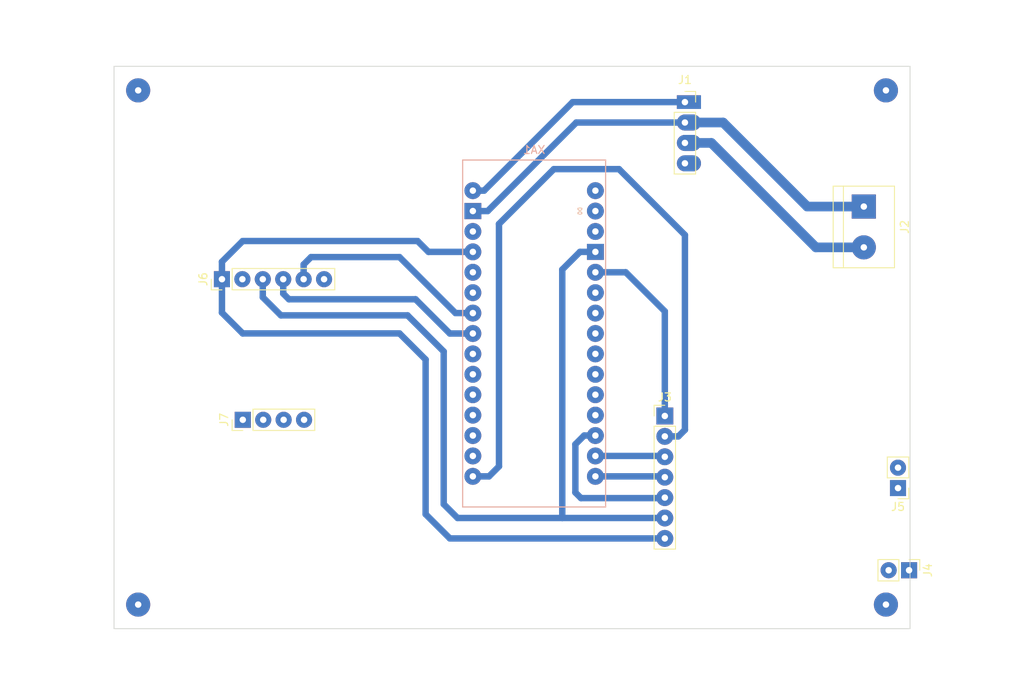
<source format=kicad_pcb>
(kicad_pcb (version 20221018) (generator pcbnew)
  (layers (0 "F.Cu" signal) (31 "B.Cu" signal) (34 "B.Paste" user) (35 "F.Paste" user) (36 "B.SilkS" user "B.Silkscreen") (37 "F.SilkS" user "F.Silkscreen") (38 "B.Mask" user) (39 "F.Mask" user) (44 "Edge.Cuts" user))
  (net 0 "")
  (net 1 "Net-(J3-Pin_7)")
  (net 3 "Net-(J6-Pin_4)")
  (net 4 "Net-(J6-Pin_5)")
  (net 26 "Net-(J1-Pin_1)")
  (net 27 "GND")
  (net 28 "+12V")
  (net 30 "Net-(J3-Pin_1)")
  (net 31 "Net-(J3-Pin_2)")
  (net 32 "Net-(J3-Pin_3)")
  (net 33 "Net-(J3-Pin_4)")
  (net 34 "Net-(J3-Pin_5)")
  (net 42 "Net-(J3-Pin_6)")
  (footprint "Connector_PinSocket_2.54mm:PinSocket_1x04_P2.54mm_Vertical" (layer "F.Cu") (at 169.5 47.21)
    (fp_text reference "J1" (at 0 -2.77) (layer "F.SilkS"))
    (fp_text value "Conn_01x04")
    (fp_line (start -1.33 1.27) (end -1.33 8.95) (stroke (width 0.12)) (layer "F.SilkS"))
    (fp_line (start -1.33 1.27) (end 1.33 1.27) (stroke (width 0.12)) (layer "F.SilkS"))
    (fp_line (start -1.33 8.95) (end 1.33 8.95) (stroke (width 0.12)) (layer "F.SilkS"))
    (fp_line (start 0 -1.33) (end 1.33 -1.33) (stroke (width 0.12)) (layer "F.SilkS"))
    (fp_line (start 1.33 -1.33) (end 1.33 0) (stroke (width 0.12)) (layer "F.SilkS"))
    (fp_line (start 1.33 1.27) (end 1.33 8.95) (stroke (width 0.12)) (layer "F.SilkS"))
    (pad "1" thru_hole rect (at 0 0) (size 3 1.7) (drill 0.8 (offset 0.5 0)) (layers "*.Cu" "*.Mask") (net 26 "Net-(J1-Pin_1)"))
    (pad "2" thru_hole oval (at 0 2.54) (size 3 2) (drill 0.8 (offset 0.5 0)) (layers "*.Cu" "*.Mask") (net 27 "GND"))
    (pad "3" thru_hole oval (at 0 5.08) (size 3 2) (drill 0.8 (offset 0.5 0)) (layers "*.Cu" "*.Mask") (net 28 "+12V"))
    (pad "4" thru_hole oval (at 0 7.62) (size 3 2) (drill 0.8 (offset 0.5 0)) (layers "*.Cu" "*.Mask"))
  )
  (footprint "Connector_PinHeader_2.54mm:PinHeader_1x04_P2.54mm_Vertical" (layer "F.Cu") (at 114.5125 86.75 90)
    (fp_text reference "J7" (at 0 -2.33 90) (layer "F.SilkS"))
    (fp_text value "Conn_01x04_Pin")
    (fp_line (start -1.33 -1.33) (end 0 -1.33) (stroke (width 0.12)) (layer "F.SilkS"))
    (fp_line (start -1.33 0) (end -1.33 -1.33) (stroke (width 0.12)) (layer "F.SilkS"))
    (fp_line (start -1.33 1.27) (end -1.33 8.95) (stroke (width 0.12)) (layer "F.SilkS"))
    (fp_line (start -1.33 1.27) (end 1.33 1.27) (stroke (width 0.12)) (layer "F.SilkS"))
    (fp_line (start -1.33 8.95) (end 1.33 8.95) (stroke (width 0.12)) (layer "F.SilkS"))
    (fp_line (start 1.33 1.27) (end 1.33 8.95) (stroke (width 0.12)) (layer "F.SilkS"))
    (pad "1" thru_hole rect (at 0 0 90) (size 2 2) (drill 0.8) (layers "*.Cu" "*.Mask"))
    (pad "2" thru_hole circle (at 0 2.54 90) (size 2 2) (drill 0.8) (layers "*.Cu" "*.Mask"))
    (pad "3" thru_hole circle (at 0 5.08 90) (size 2 2) (drill 0.8) (layers "*.Cu" "*.Mask"))
    (pad "4" thru_hole circle (at 0 7.62 90) (size 2 2) (drill 0.8) (layers "*.Cu" "*.Mask"))
  )
  (footprint "Connector_PinHeader_2.54mm:PinHeader_1x02_P2.54mm_Vertical" (layer "F.Cu") (at 196 95.25 180)
    (fp_text reference "J5" (at 0 -2.33) (layer "F.SilkS"))
    (fp_text value "Conn_01x02_Pin")
    (fp_line (start -1.33 -1.33) (end 0 -1.33) (stroke (width 0.12)) (layer "F.SilkS"))
    (fp_line (start -1.33 0) (end -1.33 -1.33) (stroke (width 0.12)) (layer "F.SilkS"))
    (fp_line (start -1.33 1.27) (end -1.33 3.87) (stroke (width 0.12)) (layer "F.SilkS"))
    (fp_line (start -1.33 1.27) (end 1.33 1.27) (stroke (width 0.12)) (layer "F.SilkS"))
    (fp_line (start -1.33 3.87) (end 1.33 3.87) (stroke (width 0.12)) (layer "F.SilkS"))
    (fp_line (start 1.33 1.27) (end 1.33 3.87) (stroke (width 0.12)) (layer "F.SilkS"))
    (pad "1" thru_hole rect (at 0 0 180) (size 2 2) (drill 0.8) (layers "*.Cu" "*.Mask"))
    (pad "2" thru_hole oval (at 0 2.54 180) (size 2 2) (drill 0.8) (layers "*.Cu" "*.Mask"))
  )
  (footprint "Connector_PinHeader_2.54mm:PinHeader_1x02_P2.54mm_Vertical" (layer "F.Cu") (at 197.3775 105.475 -90)
    (fp_text reference "J4" (at 0 -2.33 90) (layer "F.SilkS"))
    (fp_text value "Conn_01x02_Pin")
    (fp_line (start -1.33 -1.33) (end 0 -1.33) (stroke (width 0.12)) (layer "F.SilkS"))
    (fp_line (start -1.33 0) (end -1.33 -1.33) (stroke (width 0.12)) (layer "F.SilkS"))
    (fp_line (start -1.33 1.27) (end -1.33 3.87) (stroke (width 0.12)) (layer "F.SilkS"))
    (fp_line (start -1.33 1.27) (end 1.33 1.27) (stroke (width 0.12)) (layer "F.SilkS"))
    (fp_line (start -1.33 3.87) (end 1.33 3.87) (stroke (width 0.12)) (layer "F.SilkS"))
    (fp_line (start 1.33 1.27) (end 1.33 3.87) (stroke (width 0.12)) (layer "F.SilkS"))
    (pad "1" thru_hole rect (at 0 0 270) (size 2 2) (drill 0.8) (layers "*.Cu" "*.Mask"))
    (pad "2" thru_hole oval (at 0 2.54 270) (size 2 2) (drill 0.8) (layers "*.Cu" "*.Mask"))
  )
  (footprint "Connector_PinHeader_2.54mm:PinHeader_1x06_P2.54mm_Vertical" (layer "F.Cu") (at 111.92 69.25 90)
    (fp_text reference "J6" (at 0 -2.33 90) (layer "F.SilkS"))
    (fp_text value "Conn_01x06_Pin")
    (fp_line (start -1.33 -1.33) (end 0 -1.33) (stroke (width 0.12)) (layer "F.SilkS"))
    (fp_line (start -1.33 0) (end -1.33 -1.33) (stroke (width 0.12)) (layer "F.SilkS"))
    (fp_line (start -1.33 1.27) (end -1.33 14.03) (stroke (width 0.12)) (layer "F.SilkS"))
    (fp_line (start -1.33 1.27) (end 1.33 1.27) (stroke (width 0.12)) (layer "F.SilkS"))
    (fp_line (start -1.33 14.03) (end 1.33 14.03) (stroke (width 0.12)) (layer "F.SilkS"))
    (fp_line (start 1.33 1.27) (end 1.33 14.03) (stroke (width 0.12)) (layer "F.SilkS"))
    (pad "1" thru_hole rect (at 0 0 90) (size 2 2) (drill 0.8) (layers "*.Cu" "*.Mask") (net 1 "Net-(J3-Pin_7)"))
    (pad "2" thru_hole circle (at 0 2.54 90) (size 2 2) (drill 0.8) (layers "*.Cu" "*.Mask"))
    (pad "3" thru_hole circle (at 0 5.08 90) (size 2 2) (drill 0.8) (layers "*.Cu" "*.Mask") (net 42 "Net-(J3-Pin_6)"))
    (pad "4" thru_hole circle (at 0 7.62 90) (size 2 2) (drill 0.8) (layers "*.Cu" "*.Mask") (net 3 "Net-(J6-Pin_4)"))
    (pad "5" thru_hole circle (at 0 10.16 90) (size 2 2) (drill 0.8) (layers "*.Cu" "*.Mask") (net 4 "Net-(J6-Pin_5)"))
    (pad "6" thru_hole circle (at 0 12.7 90) (size 2 2) (drill 0.8) (layers "*.Cu" "*.Mask"))
  )
  (footprint "TerminalBlock:TerminalBlock_bornier-2_P5.08mm" (layer "F.Cu") (at 191.75 60.21 -90)
    (fp_text reference "J2" (at 2.54 -5.08 90) (layer "F.SilkS"))
    (fp_text value "Screw_Terminal_01x02")
    (fp_line (start -2.54 -3.81) (end -2.54 3.81) (stroke (width 0.12)) (layer "F.SilkS"))
    (fp_line (start -2.54 3.81) (end 7.62 3.81) (stroke (width 0.12)) (layer "F.SilkS"))
    (fp_line (start 7.62 -3.81) (end -2.54 -3.81) (stroke (width 0.12)) (layer "F.SilkS"))
    (fp_line (start 7.62 2.54) (end -2.54 2.54) (stroke (width 0.12)) (layer "F.SilkS"))
    (fp_line (start 7.62 3.81) (end 7.62 -3.81) (stroke (width 0.12)) (layer "F.SilkS"))
    (pad "1" thru_hole rect (at 0 0 270) (size 3 3) (drill 0.8) (layers "*.Cu" "*.Mask") (net 27 "GND"))
    (pad "2" thru_hole circle (at 5.08 0 270) (size 3 3) (drill 0.8) (layers "*.Cu" "*.Mask") (net 28 "+12V"))
  )
  (footprint "Library:PinHeader_1x07_P2.54mm_Vertical" (layer "F.Cu") (at 167 86.275)
    (fp_text reference "J3" (at 0 -2.33) (layer "F.SilkS"))
    (fp_text value "Conn_01x07_Pin")
    (fp_line (start -1.33 -1.33) (end 0 -1.33) (stroke (width 0.12)) (layer "F.SilkS"))
    (fp_line (start -1.33 0) (end -1.33 -1.33) (stroke (width 0.12)) (layer "F.SilkS"))
    (fp_line (start -1.33 1.27) (end -1.33 16.57) (stroke (width 0.12)) (layer "F.SilkS"))
    (fp_line (start -1.33 1.27) (end 1.33 1.27) (stroke (width 0.12)) (layer "F.SilkS"))
    (fp_line (start -1.33 16.57) (end 1.33 16.57) (stroke (width 0.12)) (layer "F.SilkS"))
    (fp_line (start 1.33 1.27) (end 1.33 16.57) (stroke (width 0.12)) (layer "F.SilkS"))
    (pad "1" thru_hole rect (at 0 0) (size 2.1 2.1) (drill 0.8) (layers "*.Cu" "*.Mask") (net 30 "Net-(J3-Pin_1)"))
    (pad "2" thru_hole oval (at 0 2.54) (size 2.1 2.1) (drill 0.8) (layers "*.Cu" "*.Mask") (net 31 "Net-(J3-Pin_2)"))
    (pad "3" thru_hole oval (at 0 5.08) (size 2.1 2.1) (drill 0.8) (layers "*.Cu" "*.Mask") (net 32 "Net-(J3-Pin_3)"))
    (pad "4" thru_hole oval (at 0 7.62) (size 2.1 2.1) (drill 0.8) (layers "*.Cu" "*.Mask") (net 33 "Net-(J3-Pin_4)"))
    (pad "5" thru_hole oval (at 0 10.16) (size 2.1 2.1) (drill 0.8) (layers "*.Cu" "*.Mask") (net 34 "Net-(J3-Pin_5)"))
    (pad "6" thru_hole oval (at 0 12.7) (size 2.1 2.1) (drill 0.8) (layers "*.Cu" "*.Mask") (net 42 "Net-(J3-Pin_6)"))
    (pad "7" thru_hole oval (at 0 15.24) (size 2.1 2.1) (drill 0.8) (layers "*.Cu" "*.Mask") (net 1 "Net-(J3-Pin_7)"))
  )
  (footprint "Library:Arduino_Nano_Socket" (layer "B.Cu") (at 150.745 97.6 180)
    (fp_text reference "XA1" (at 0 44.45) (layer "B.SilkS") (effects (justify mirror)))
    (fp_text value "Arduino_Nano_Socket")
    (fp_text user "D0" (at -5.715 36.83 90 unlocked) (layer "B.SilkS") (effects (font (size 0.5 0.5) (thickness 0.075)) (justify mirror)))
    (fp_text user "D0" (at -5.715 36.83 90 unlocked) (layer "F.SilkS") (effects (font (size 0.5 0.5) (thickness 0.075))))
    (fp_line (start -8.89 0) (end 8.89 0) (stroke (width 0.15)) (layer "B.SilkS"))
    (fp_line (start -8.89 43.18) (end -8.89 0) (stroke (width 0.15)) (layer "B.SilkS"))
    (fp_line (start -8.89 43.18) (end 8.89 43.18) (stroke (width 0.15)) (layer "B.SilkS"))
    (fp_line (start 8.89 43.18) (end 8.89 0) (stroke (width 0.15)) (layer "B.SilkS"))
    (pad "3V3" thru_hole circle (at 7.62 6.35 180) (size 2.1 2.1) (drill 0.8) (layers "*.Cu" "*.Mask"))
    (pad "5V" thru_hole circle (at 7.62 31.75 180) (size 2.1 2.1) (drill 0.8) (layers "*.Cu" "*.Mask") (net 1 "Net-(J3-Pin_7)"))
    (pad "A0" thru_hole circle (at 7.62 11.43 180) (size 2.1 2.1) (drill 0.8) (layers "*.Cu" "*.Mask"))
    (pad "A1" thru_hole circle (at 7.62 13.97 180) (size 2.1 2.1) (drill 0.8) (layers "*.Cu" "*.Mask"))
    (pad "A2" thru_hole circle (at 7.62 16.51 180) (size 2.1 2.1) (drill 0.8) (layers "*.Cu" "*.Mask"))
    (pad "A3" thru_hole circle (at 7.62 19.05 180) (size 2.1 2.1) (drill 0.8) (layers "*.Cu" "*.Mask"))
    (pad "A4" thru_hole circle (at 7.62 21.59 180) (size 2.1 2.1) (drill 0.8) (layers "*.Cu" "*.Mask") (net 3 "Net-(J6-Pin_4)"))
    (pad "A5" thru_hole circle (at 7.62 24.13 180) (size 2.1 2.1) (drill 0.8) (layers "*.Cu" "*.Mask") (net 4 "Net-(J6-Pin_5)"))
    (pad "A6" thru_hole circle (at 7.62 26.67 180) (size 2.1 2.1) (drill 0.8) (layers "*.Cu" "*.Mask"))
    (pad "A7" thru_hole circle (at 7.62 29.21 180) (size 2.1 2.1) (drill 0.8) (layers "*.Cu" "*.Mask"))
    (pad "AREF" thru_hole circle (at 7.62 8.89 180) (size 2.1 2.1) (drill 0.8) (layers "*.Cu" "*.Mask"))
    (pad "D0" thru_hole circle (at -7.62 36.83 180) (size 2.1 2.1) (drill 0.8) (layers "*.Cu" "*.Mask"))
    (pad "D1" thru_hole circle (at -7.62 39.37 180) (size 2.1 2.1) (drill 0.8) (layers "*.Cu" "*.Mask"))
    (pad "D2" thru_hole circle (at -7.62 29.21 180) (size 2.1 2.1) (drill 0.8) (layers "*.Cu" "*.Mask") (net 30 "Net-(J3-Pin_1)"))
    (pad "D3" thru_hole circle (at -7.62 26.67 180) (size 2.1 2.1) (drill 0.8) (layers "*.Cu" "*.Mask"))
    (pad "D4" thru_hole circle (at -7.62 24.13 180) (size 2.1 2.1) (drill 0.8) (layers "*.Cu" "*.Mask"))
    (pad "D5" thru_hole circle (at -7.62 21.59 180) (size 2.1 2.1) (drill 0.8) (layers "*.Cu" "*.Mask"))
    (pad "D6" thru_hole circle (at -7.62 19.05 180) (size 2.1 2.1) (drill 0.8) (layers "*.Cu" "*.Mask"))
    (pad "D7" thru_hole circle (at -7.62 16.51 180) (size 2.1 2.1) (drill 0.8) (layers "*.Cu" "*.Mask"))
    (pad "D8" thru_hole circle (at -7.62 13.97 180) (size 2.1 2.1) (drill 0.8) (layers "*.Cu" "*.Mask"))
    (pad "D9" thru_hole circle (at -7.62 11.43 180) (size 2.1 2.1) (drill 0.8) (layers "*.Cu" "*.Mask"))
    (pad "D10" thru_hole circle (at -7.62 8.89 180) (size 2.1 2.1) (drill 0.8) (layers "*.Cu" "*.Mask") (net 34 "Net-(J3-Pin_5)"))
    (pad "D11" thru_hole circle (at -7.62 6.35 180) (size 2.1 2.1) (drill 0.8) (layers "*.Cu" "*.Mask") (net 32 "Net-(J3-Pin_3)"))
    (pad "D12" thru_hole circle (at -7.62 3.81 180) (size 2.1 2.1) (drill 0.8) (layers "*.Cu" "*.Mask") (net 33 "Net-(J3-Pin_4)"))
    (pad "D13" thru_hole circle (at 7.62 3.81 180) (size 2.1 2.1) (drill 0.8) (layers "*.Cu" "*.Mask") (net 31 "Net-(J3-Pin_2)"))
    (pad "GND1" thru_hole rect (at -7.62 31.75 180) (size 2.1 2) (drill 0.8) (layers "*.Cu" "*.Mask") (net 42 "Net-(J3-Pin_6)"))
    (pad "GND2" thru_hole rect (at 7.62 36.83 180) (size 2.1 2) (drill 0.8) (layers "*.Cu" "*.Mask") (net 27 "GND"))
    (pad "RST1" thru_hole circle (at -7.62 34.29 180) (size 2.1 2.1) (drill 0.8) (layers "*.Cu" "*.Mask"))
    (pad "RST2" thru_hole circle (at 7.62 34.29 180) (size 2.1 2.1) (drill 0.8) (layers "*.Cu" "*.Mask"))
    (pad "VIN" thru_hole circle (at 7.62 39.37 180) (size 2.1 2.1) (drill 0.8) (layers "*.Cu" "*.Mask") (net 26 "Net-(J1-Pin_1)"))
  )
  (gr_line (start 197.5 112.75) (end 98.5 112.75) (stroke (width 0.1)) (layer "Edge.Cuts"))
  (gr_line (start 98.5 42.75) (end 197.5 42.75) (stroke (width 0.1)) (layer "Edge.Cuts"))
  (gr_line (start 98.5 112.75) (end 98.5 42.75) (stroke (width 0.1)) (layer "Edge.Cuts"))
  (gr_line (start 197.5 42.75) (end 197.5 112.75) (stroke (width 0.1)) (layer "Edge.Cuts"))
  (via (at 194.5 45.75) (size 3) (drill 0.8) (layers "F.Cu" "B.Cu") (net 0))
  (via (at 101.5 109.75) (size 3) (drill 0.8) (layers "F.Cu" "B.Cu") (net 0))
  (via (at 101.5 45.75) (size 3) (drill 0.8) (layers "F.Cu" "B.Cu") (net 0))
  (via (at 194.5 109.75) (size 3) (drill 0.8) (layers "F.Cu" "B.Cu") (net 0))
  (segment (start 111.92 73.42) (end 111.92 69.25) (width 0.8) (layer "B.Cu") (net 1))
  (segment (start 140.265 101.515) (end 137.25 98.5) (width 0.8) (layer "B.Cu") (net 1))
  (segment (start 114.5 64.5) (end 111.92 67.08) (width 0.8) (layer "B.Cu") (net 1))
  (segment (start 137.25 98.5) (end 137.25 79.25) (width 0.8) (layer "B.Cu") (net 1))
  (segment (start 137.6 65.85) (end 136.25 64.5) (width 0.8) (layer "B.Cu") (net 1))
  (segment (start 143.125 65.85) (end 137.6 65.85) (width 0.8) (layer "B.Cu") (net 1))
  (segment (start 137.25 79.25) (end 134 76) (width 0.8) (layer "B.Cu") (net 1))
  (segment (start 167 101.515) (end 140.265 101.515) (width 0.8) (layer "B.Cu") (net 1))
  (segment (start 114.5 76) (end 111.92 73.42) (width 0.8) (layer "B.Cu") (net 1))
  (segment (start 143.125 65.85) (end 142.975 66) (width 0.8) (layer "B.Cu") (net 1))
  (segment (start 134 76) (end 114.5 76) (width 0.8) (layer "B.Cu") (net 1))
  (segment (start 136.25 64.5) (end 114.5 64.5) (width 0.8) (layer "B.Cu") (net 1))
  (segment (start 111.92 67.08) (end 111.92 69.25) (width 0.8) (layer "B.Cu") (net 1))
  (segment (start 136 71.75) (end 120.25 71.75) (width 0.8) (layer "B.Cu") (net 3))
  (segment (start 140.26 76.01) (end 136 71.75) (width 0.8) (layer "B.Cu") (net 3))
  (segment (start 119.54 71.04) (end 119.54 69.25) (width 0.8) (layer "B.Cu") (net 3))
  (segment (start 120.25 71.75) (end 119.54 71.04) (width 0.8) (layer "B.Cu") (net 3))
  (segment (start 143.125 76.01) (end 140.26 76.01) (width 0.8) (layer "B.Cu") (net 3))
  (segment (start 123 66.5) (end 122.08 67.42) (width 0.8) (layer "B.Cu") (net 4))
  (segment (start 140.97 73.47) (end 134 66.5) (width 0.8) (layer "B.Cu") (net 4))
  (segment (start 143.125 73.47) (end 140.97 73.47) (width 0.8) (layer "B.Cu") (net 4))
  (segment (start 134 66.5) (end 123 66.5) (width 0.8) (layer "B.Cu") (net 4))
  (segment (start 122.08 67.42) (end 122.08 69.25) (width 0.8) (layer "B.Cu") (net 4))
  (segment (start 144.52 58.23) (end 143.125 58.23) (width 0.8) (layer "B.Cu") (net 26))
  (segment (start 169.5 47.21) (end 155.54 47.21) (width 0.8) (layer "B.Cu") (net 26))
  (segment (start 155.54 47.21) (end 144.52 58.23) (width 0.8) (layer "B.Cu") (net 26))
  (segment (start 155.99 49.75) (end 144.97 60.77) (width 0.8) (layer "B.Cu") (net 27))
  (segment (start 169.5 49.75) (end 155.99 49.75) (width 0.8) (layer "B.Cu") (net 27))
  (segment (start 144.97 60.77) (end 143.125 60.77) (width 0.8) (layer "B.Cu") (net 27))
  (segment (start 184.71 60.21) (end 174.25 49.75) (width 1.2) (layer "B.Cu") (net 27))
  (segment (start 191.75 60.21) (end 184.71 60.21) (width 1.2) (layer "B.Cu") (net 27))
  (segment (start 174.25 49.75) (end 169.5 49.75) (width 1.2) (layer "B.Cu") (net 27))
  (segment (start 172.79 52.29) (end 169.5 52.29) (width 1.2) (layer "B.Cu") (net 28))
  (segment (start 185.79 65.29) (end 172.79 52.29) (width 1.2) (layer "B.Cu") (net 28))
  (segment (start 191.75 65.29) (end 185.79 65.29) (width 1.2) (layer "B.Cu") (net 28))
  (segment (start 167 86.275) (end 167 73.25) (width 0.8) (layer "B.Cu") (net 30))
  (segment (start 167 73.25) (end 162.14 68.39) (width 0.8) (layer "B.Cu") (net 30))
  (segment (start 162.14 68.39) (end 158.365 68.39) (width 0.8) (layer "B.Cu") (net 30))
  (segment (start 161.300818 55.550818) (end 153.199182 55.550818) (width 0.8) (layer "B.Cu") (net 31))
  (segment (start 169.5 88) (end 169.5 63.75) (width 0.8) (layer "B.Cu") (net 31))
  (segment (start 146.375 92.550818) (end 145.135818 93.79) (width 0.8) (layer "B.Cu") (net 31))
  (segment (start 169.5 63.75) (end 161.300818 55.550818) (width 0.8) (layer "B.Cu") (net 31))
  (segment (start 145.135818 93.79) (end 143.125 93.79) (width 0.8) (layer "B.Cu") (net 31))
  (segment (start 168.685 88.815) (end 169.5 88) (width 0.8) (layer "B.Cu") (net 31))
  (segment (start 153.199182 55.550818) (end 146.375 62.375) (width 0.8) (layer "B.Cu") (net 31))
  (segment (start 146.375 62.375) (end 146.375 92.550818) (width 0.8) (layer "B.Cu") (net 31))
  (segment (start 167 88.815) (end 168.685 88.815) (width 0.8) (layer "B.Cu") (net 31))
  (segment (start 166.530818 91.824182) (end 167 91.355) (width 0.8) (layer "B.Cu") (net 32))
  (segment (start 166.895 91.25) (end 167 91.355) (width 0.8) (layer "B.Cu") (net 32))
  (segment (start 158.365 91.25) (end 166.895 91.25) (width 0.8) (layer "B.Cu") (net 32))
  (segment (start 166.895 93.79) (end 167 93.895) (width 0.8) (layer "B.Cu") (net 33))
  (segment (start 158.365 93.79) (end 166.895 93.79) (width 0.8) (layer "B.Cu") (net 33))
  (segment (start 156.574182 96.5) (end 166.935 96.5) (width 0.8) (layer "B.Cu") (net 34))
  (segment (start 158.365 88.71) (end 156.965818 88.71) (width 0.8) (layer "B.Cu") (net 34))
  (segment (start 155.875 89.800818) (end 155.875 95.800818) (width 0.8) (layer "B.Cu") (net 34))
  (segment (start 155.875 95.800818) (end 156.574182 96.5) (width 0.8) (layer "B.Cu") (net 34))
  (segment (start 166.935 96.5) (end 167 96.435) (width 0.8) (layer "B.Cu") (net 34))
  (segment (start 156.965818 88.71) (end 155.875 89.800818) (width 0.8) (layer "B.Cu") (net 34))
  (segment (start 119.25 73.75) (end 117 71.5) (width 0.8) (layer "B.Cu") (net 42))
  (segment (start 154.245 68.050818) (end 154.245 98.975) (width 0.8) (layer "B.Cu") (net 42))
  (segment (start 154.245 98.975) (end 141.225 98.975) (width 0.8) (layer "B.Cu") (net 42))
  (segment (start 141.225 98.975) (end 139.5 97.25) (width 0.8) (layer "B.Cu") (net 42))
  (segment (start 156.445818 65.85) (end 154.245 68.050818) (width 0.8) (layer "B.Cu") (net 42))
  (segment (start 167 98.975) (end 154.245 98.975) (width 0.8) (layer "B.Cu") (net 42))
  (segment (start 158.365 65.85) (end 156.445818 65.85) (width 0.8) (layer "B.Cu") (net 42))
  (segment (start 117 71.5) (end 117 69.25) (width 0.8) (layer "B.Cu") (net 42))
  (segment (start 139.5 97.25) (end 139.5 78.25) (width 0.8) (layer "B.Cu") (net 42))
  (segment (start 135 73.75) (end 119.25 73.75) (width 0.8) (layer "B.Cu") (net 42))
  (segment (start 139.5 78.25) (end 135 73.75) (width 0.8) (layer "B.Cu") (net 42))
)
</source>
